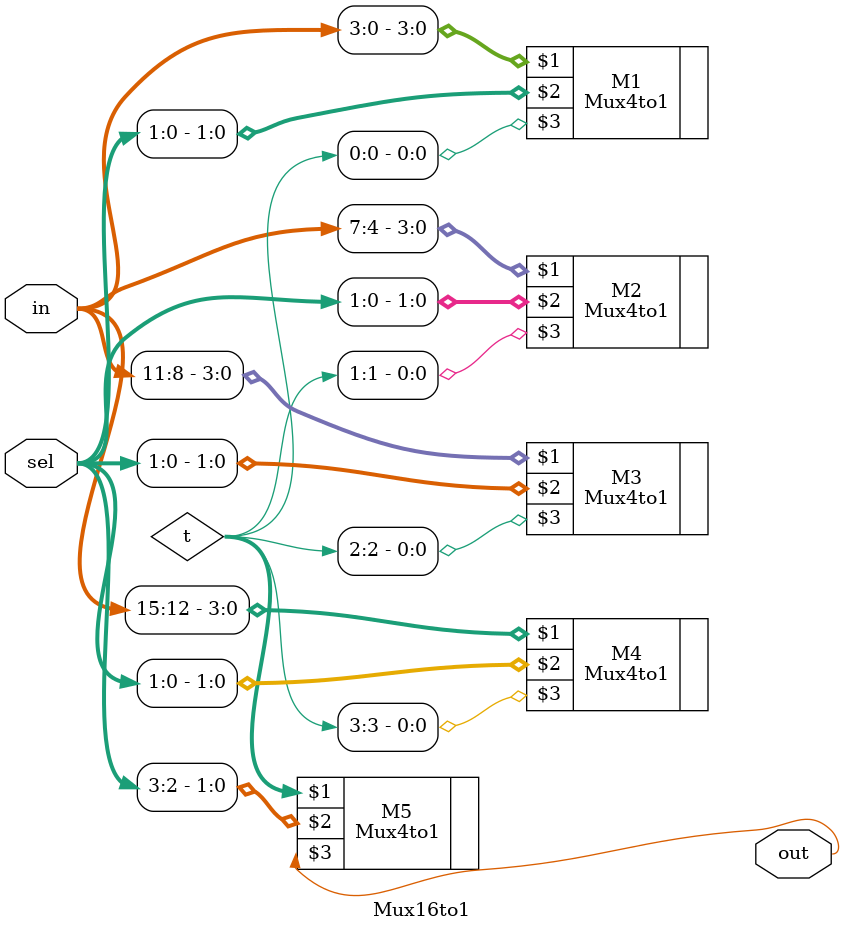
<source format=v>
module Mux16to1(input [15:0] in, 
                input [3:0] sel,
                output out);

                wire [3:0]t;
                Mux4to1 M4(in[15:12], sel[1:0], t[3]);
                Mux4to1 M3(in[11:8], sel[1:0], t[2]);
                Mux4to1 M2(in[7:4], sel[1:0], t[1]);
                Mux4to1 M1(in[3:0], sel[1:0], t[0]);

                Mux4to1 M5(t[3:0], sel[3:2], out);
endmodule
</source>
